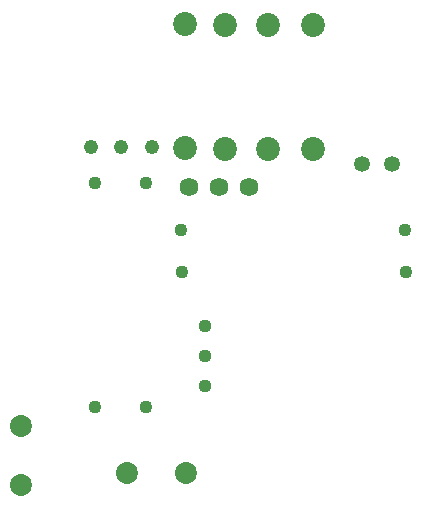
<source format=gbs>
G04*
G04 #@! TF.GenerationSoftware,Altium Limited,Altium Designer,20.0.10 (225)*
G04*
G04 Layer_Color=16711935*
%FSLAX25Y25*%
%MOIN*%
G70*
G01*
G75*
%ADD16C,0.07323*%
%ADD17C,0.04425*%
%ADD18C,0.04362*%
%ADD19C,0.06252*%
%ADD20C,0.05307*%
%ADD21C,0.04803*%
%ADD22O,0.07976X0.07978*%
D16*
X16535Y32283D02*
D03*
Y12598D02*
D03*
X51968Y16535D02*
D03*
X71653D02*
D03*
D17*
X77953Y65512D02*
D03*
Y55512D02*
D03*
Y45512D02*
D03*
D18*
X144882Y83465D02*
D03*
X70079D02*
D03*
X69685Y97638D02*
D03*
X144488D02*
D03*
X58268Y38583D02*
D03*
Y113386D02*
D03*
X41339Y113386D02*
D03*
Y38583D02*
D03*
D19*
X72677Y111811D02*
D03*
X82677D02*
D03*
X92677D02*
D03*
D20*
X130039Y119685D02*
D03*
X140039D02*
D03*
D21*
X60039Y125197D02*
D03*
X39961D02*
D03*
X50000D02*
D03*
D22*
X113779Y165748D02*
D03*
Y124409D02*
D03*
X98819Y124409D02*
D03*
Y165748D02*
D03*
X84646D02*
D03*
Y124409D02*
D03*
X71260Y124803D02*
D03*
Y166142D02*
D03*
M02*

</source>
